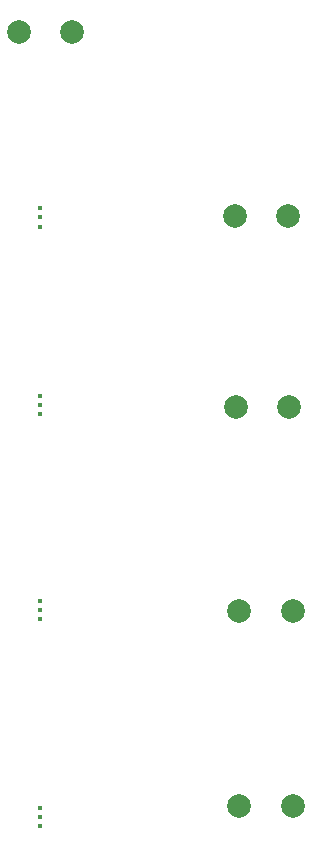
<source format=gbl>
G04 (created by PCBNEW (2013-08-24 BZR 4298)-stable) date Sat 01 Feb 2014 02:51:32 PM PST*
%MOIN*%
G04 Gerber Fmt 3.4, Leading zero omitted, Abs format*
%FSLAX34Y34*%
G01*
G70*
G90*
G04 APERTURE LIST*
%ADD10C,0.005906*%
%ADD11C,0.078700*%
%ADD12C,0.015748*%
G04 APERTURE END LIST*
G54D10*
G54D11*
X36759Y-38818D03*
X38531Y-38818D03*
X36869Y-45590D03*
X38641Y-45590D03*
X36869Y-52086D03*
X38641Y-52086D03*
X36720Y-32429D03*
X38492Y-32429D03*
X31303Y-26299D03*
X29531Y-26299D03*
G54D12*
X30236Y-52476D03*
X30236Y-52169D03*
X30236Y-52783D03*
X30236Y-32480D03*
X30236Y-32173D03*
X30236Y-32787D03*
X30236Y-38740D03*
X30236Y-38433D03*
X30236Y-39047D03*
X30236Y-45578D03*
X30236Y-45271D03*
X30236Y-45885D03*
M02*

</source>
